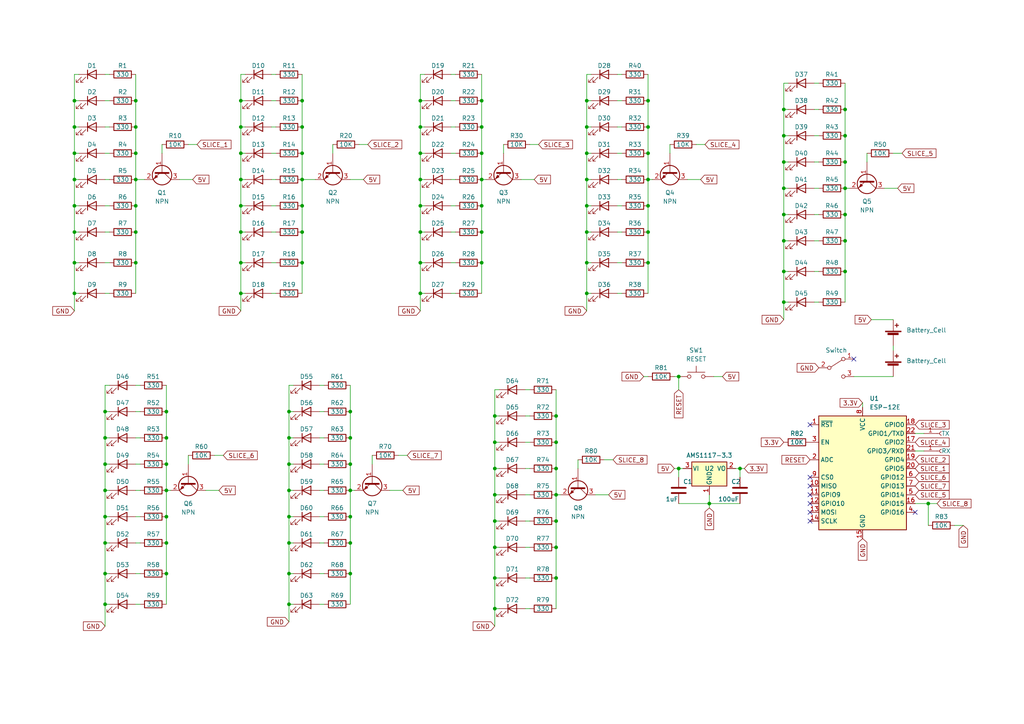
<source format=kicad_sch>
(kicad_sch (version 20211123) (generator eeschema)
  (paper "A4")
  (junction (at 101.6 149.86))
  (junction (at 87.63 36.83))
  (junction (at 227.33 31.75))
  (junction (at 83.82 127))
  (junction (at 83.82 134.62))
  (junction (at 39.37 67.31))
  (junction (at 245.11 46.99))
  (junction (at 30.48 149.86))
  (junction (at 187.96 36.83))
  (junction (at 69.85 44.45))
  (junction (at 69.85 67.31))
  (junction (at 139.7 36.83))
  (junction (at 205.74 146.05))
  (junction (at 121.92 59.69))
  (junction (at 87.63 76.2))
  (junction (at 196.85 109.22))
  (junction (at 143.51 176.53))
  (junction (at 269.24 146.05))
  (junction (at 161.29 120.65))
  (junction (at 245.11 69.85))
  (junction (at 21.59 36.83))
  (junction (at 170.18 76.2))
  (junction (at 161.29 128.27))
  (junction (at 143.51 151.13))
  (junction (at 39.37 36.83))
  (junction (at 121.92 85.09))
  (junction (at 48.26 119.38))
  (junction (at 21.59 85.09))
  (junction (at 227.33 46.99))
  (junction (at 39.37 44.45))
  (junction (at 30.48 127))
  (junction (at 48.26 142.24))
  (junction (at 161.29 151.13))
  (junction (at 227.33 54.61))
  (junction (at 69.85 36.83))
  (junction (at 245.11 31.75))
  (junction (at 69.85 76.2))
  (junction (at 30.48 166.37))
  (junction (at 101.6 157.48))
  (junction (at 69.85 52.07))
  (junction (at 21.59 59.69))
  (junction (at 48.26 166.37))
  (junction (at 187.96 67.31))
  (junction (at 245.11 39.37))
  (junction (at 143.51 120.65))
  (junction (at 187.96 59.69))
  (junction (at 227.33 69.85))
  (junction (at 48.26 157.48))
  (junction (at 170.18 59.69))
  (junction (at 245.11 54.61))
  (junction (at 139.7 59.69))
  (junction (at 121.92 29.21))
  (junction (at 139.7 76.2))
  (junction (at 143.51 158.75))
  (junction (at 69.85 85.09))
  (junction (at 143.51 128.27))
  (junction (at 170.18 85.09))
  (junction (at 121.92 44.45))
  (junction (at 83.82 175.26))
  (junction (at 227.33 39.37))
  (junction (at 30.48 142.24))
  (junction (at 30.48 157.48))
  (junction (at 83.82 119.38))
  (junction (at 83.82 157.48))
  (junction (at 170.18 52.07))
  (junction (at 170.18 36.83))
  (junction (at 87.63 59.69))
  (junction (at 21.59 52.07))
  (junction (at 30.48 119.38))
  (junction (at 83.82 142.24))
  (junction (at 101.6 119.38))
  (junction (at 139.7 67.31))
  (junction (at 214.63 135.89))
  (junction (at 39.37 59.69))
  (junction (at 139.7 29.21))
  (junction (at 30.48 134.62))
  (junction (at 87.63 67.31))
  (junction (at 227.33 62.23))
  (junction (at 48.26 149.86))
  (junction (at 39.37 52.07))
  (junction (at 161.29 143.51))
  (junction (at 21.59 76.2))
  (junction (at 161.29 167.64))
  (junction (at 170.18 29.21))
  (junction (at 101.6 134.62))
  (junction (at 83.82 166.37))
  (junction (at 143.51 167.64))
  (junction (at 143.51 135.89))
  (junction (at 121.92 67.31))
  (junction (at 21.59 44.45))
  (junction (at 245.11 78.74))
  (junction (at 227.33 87.63))
  (junction (at 39.37 76.2))
  (junction (at 83.82 149.86))
  (junction (at 21.59 67.31))
  (junction (at 196.85 135.89))
  (junction (at 227.33 78.74))
  (junction (at 69.85 59.69))
  (junction (at 101.6 166.37))
  (junction (at 143.51 143.51))
  (junction (at 101.6 127))
  (junction (at 139.7 52.07))
  (junction (at 139.7 44.45))
  (junction (at 30.48 175.26))
  (junction (at 48.26 134.62))
  (junction (at 170.18 44.45))
  (junction (at 87.63 44.45))
  (junction (at 69.85 29.21))
  (junction (at 121.92 76.2))
  (junction (at 39.37 29.21))
  (junction (at 187.96 29.21))
  (junction (at 21.59 29.21))
  (junction (at 87.63 52.07))
  (junction (at 187.96 52.07))
  (junction (at 87.63 29.21))
  (junction (at 161.29 158.75))
  (junction (at 101.6 142.24))
  (junction (at 121.92 52.07))
  (junction (at 245.11 62.23))
  (junction (at 170.18 67.31))
  (junction (at 121.92 36.83))
  (junction (at 48.26 127))
  (junction (at 187.96 76.2))
  (junction (at 161.29 135.89))
  (junction (at 187.96 44.45))
  (no_connect (at 234.95 148.59))
  (no_connect (at 234.95 140.97))
  (no_connect (at 234.95 123.19))
  (no_connect (at 234.95 151.13))
  (no_connect (at 234.95 143.51))
  (no_connect (at 265.43 148.59))
  (no_connect (at 234.95 146.05))
  (no_connect (at 234.95 138.43))
  (no_connect (at 247.65 104.14))
  (wire (pts (xy 227.33 54.61) (xy 227.33 62.23)))
  (wire (pts (xy 187.96 59.69) (xy 187.96 67.31)))
  (wire (pts (xy 227.33 46.99) (xy 227.33 54.61)))
  (wire (pts (xy 69.85 36.83) (xy 69.85 44.45)))
  (wire (pts (xy 83.82 157.48) (xy 83.82 166.37)))
  (wire (pts (xy 144.78 120.65) (xy 143.51 120.65)))
  (wire (pts (xy 143.51 128.27) (xy 143.51 135.89)))
  (wire (pts (xy 179.07 29.21) (xy 180.34 29.21)))
  (wire (pts (xy 121.92 85.09) (xy 121.92 90.17)))
  (wire (pts (xy 78.74 85.09) (xy 80.01 85.09)))
  (wire (pts (xy 213.36 135.89) (xy 214.63 135.89)))
  (wire (pts (xy 83.82 142.24) (xy 83.82 149.86)))
  (wire (pts (xy 87.63 29.21) (xy 87.63 36.83)))
  (wire (pts (xy 179.07 21.59) (xy 180.34 21.59)))
  (wire (pts (xy 143.51 176.53) (xy 143.51 181.61)))
  (wire (pts (xy 143.51 151.13) (xy 143.51 158.75)))
  (wire (pts (xy 22.86 29.21) (xy 21.59 29.21)))
  (wire (pts (xy 71.12 21.59) (xy 69.85 21.59)))
  (wire (pts (xy 22.86 59.69) (xy 21.59 59.69)))
  (wire (pts (xy 259.08 100.33) (xy 259.08 101.6)))
  (wire (pts (xy 78.74 67.31) (xy 80.01 67.31)))
  (wire (pts (xy 39.37 134.62) (xy 40.64 134.62)))
  (wire (pts (xy 144.78 113.03) (xy 143.51 113.03)))
  (wire (pts (xy 143.51 120.65) (xy 143.51 128.27)))
  (wire (pts (xy 130.81 52.07) (xy 132.08 52.07)))
  (wire (pts (xy 69.85 52.07) (xy 69.85 59.69)))
  (wire (pts (xy 228.6 31.75) (xy 227.33 31.75)))
  (wire (pts (xy 228.6 46.99) (xy 227.33 46.99)))
  (wire (pts (xy 121.92 52.07) (xy 121.92 59.69)))
  (wire (pts (xy 179.07 59.69) (xy 180.34 59.69)))
  (wire (pts (xy 152.4 128.27) (xy 153.67 128.27)))
  (wire (pts (xy 31.75 119.38) (xy 30.48 119.38)))
  (wire (pts (xy 113.03 142.24) (xy 116.84 142.24)))
  (wire (pts (xy 171.45 29.21) (xy 170.18 29.21)))
  (wire (pts (xy 39.37 175.26) (xy 40.64 175.26)))
  (wire (pts (xy 228.6 78.74) (xy 227.33 78.74)))
  (wire (pts (xy 196.85 109.22) (xy 196.85 113.03)))
  (wire (pts (xy 161.29 143.51) (xy 162.56 143.51)))
  (wire (pts (xy 101.6 142.24) (xy 101.6 149.86)))
  (wire (pts (xy 161.29 158.75) (xy 161.29 167.64)))
  (wire (pts (xy 78.74 52.07) (xy 80.01 52.07)))
  (wire (pts (xy 130.81 85.09) (xy 132.08 85.09)))
  (wire (pts (xy 152.4 176.53) (xy 153.67 176.53)))
  (wire (pts (xy 123.19 85.09) (xy 121.92 85.09)))
  (wire (pts (xy 92.71 157.48) (xy 93.98 157.48)))
  (wire (pts (xy 167.64 133.35) (xy 167.64 135.89)))
  (wire (pts (xy 152.4 151.13) (xy 153.67 151.13)))
  (wire (pts (xy 83.82 149.86) (xy 83.82 157.48)))
  (wire (pts (xy 179.07 44.45) (xy 180.34 44.45)))
  (wire (pts (xy 161.29 167.64) (xy 161.29 176.53)))
  (wire (pts (xy 152.4 113.03) (xy 153.67 113.03)))
  (wire (pts (xy 161.29 113.03) (xy 161.29 120.65)))
  (wire (pts (xy 175.26 133.35) (xy 177.8 133.35)))
  (wire (pts (xy 31.75 111.76) (xy 30.48 111.76)))
  (wire (pts (xy 153.67 41.91) (xy 156.21 41.91)))
  (wire (pts (xy 236.22 69.85) (xy 237.49 69.85)))
  (wire (pts (xy 92.71 142.24) (xy 93.98 142.24)))
  (wire (pts (xy 152.4 120.65) (xy 153.67 120.65)))
  (wire (pts (xy 245.11 69.85) (xy 245.11 78.74)))
  (wire (pts (xy 269.24 146.05) (xy 269.24 152.4)))
  (wire (pts (xy 21.59 29.21) (xy 21.59 36.83)))
  (wire (pts (xy 87.63 52.07) (xy 87.63 59.69)))
  (wire (pts (xy 30.48 166.37) (xy 30.48 175.26)))
  (wire (pts (xy 22.86 52.07) (xy 21.59 52.07)))
  (wire (pts (xy 39.37 149.86) (xy 40.64 149.86)))
  (wire (pts (xy 48.26 149.86) (xy 48.26 157.48)))
  (wire (pts (xy 236.22 62.23) (xy 237.49 62.23)))
  (wire (pts (xy 39.37 52.07) (xy 41.91 52.07)))
  (wire (pts (xy 152.4 167.64) (xy 153.67 167.64)))
  (wire (pts (xy 101.6 157.48) (xy 101.6 166.37)))
  (wire (pts (xy 144.78 176.53) (xy 143.51 176.53)))
  (wire (pts (xy 39.37 67.31) (xy 39.37 76.2)))
  (wire (pts (xy 179.07 67.31) (xy 180.34 67.31)))
  (wire (pts (xy 187.96 36.83) (xy 187.96 44.45)))
  (wire (pts (xy 101.6 149.86) (xy 101.6 157.48)))
  (wire (pts (xy 87.63 59.69) (xy 87.63 67.31)))
  (wire (pts (xy 170.18 52.07) (xy 170.18 59.69)))
  (wire (pts (xy 30.48 36.83) (xy 31.75 36.83)))
  (wire (pts (xy 227.33 24.13) (xy 227.33 31.75)))
  (wire (pts (xy 256.54 54.61) (xy 260.35 54.61)))
  (wire (pts (xy 39.37 59.69) (xy 39.37 67.31)))
  (wire (pts (xy 151.13 52.07) (xy 154.94 52.07)))
  (wire (pts (xy 30.48 119.38) (xy 30.48 127)))
  (wire (pts (xy 104.14 41.91) (xy 106.68 41.91)))
  (wire (pts (xy 144.78 151.13) (xy 143.51 151.13)))
  (wire (pts (xy 279.4 152.4) (xy 276.86 152.4)))
  (wire (pts (xy 123.19 29.21) (xy 121.92 29.21)))
  (wire (pts (xy 30.48 134.62) (xy 30.48 142.24)))
  (wire (pts (xy 196.85 135.89) (xy 198.12 135.89)))
  (wire (pts (xy 21.59 67.31) (xy 21.59 76.2)))
  (wire (pts (xy 39.37 52.07) (xy 39.37 59.69)))
  (wire (pts (xy 85.09 111.76) (xy 83.82 111.76)))
  (wire (pts (xy 101.6 52.07) (xy 105.41 52.07)))
  (wire (pts (xy 87.63 67.31) (xy 87.63 76.2)))
  (wire (pts (xy 170.18 29.21) (xy 170.18 36.83)))
  (wire (pts (xy 187.96 21.59) (xy 187.96 29.21)))
  (wire (pts (xy 83.82 119.38) (xy 83.82 127)))
  (wire (pts (xy 39.37 111.76) (xy 40.64 111.76)))
  (wire (pts (xy 62.23 132.08) (xy 64.77 132.08)))
  (wire (pts (xy 236.22 39.37) (xy 237.49 39.37)))
  (wire (pts (xy 139.7 59.69) (xy 139.7 67.31)))
  (wire (pts (xy 85.09 134.62) (xy 83.82 134.62)))
  (wire (pts (xy 39.37 44.45) (xy 39.37 52.07)))
  (wire (pts (xy 245.11 54.61) (xy 245.11 62.23)))
  (wire (pts (xy 250.19 118.11) (xy 250.19 116.84)))
  (wire (pts (xy 21.59 76.2) (xy 21.59 85.09)))
  (wire (pts (xy 172.72 143.51) (xy 176.53 143.51)))
  (wire (pts (xy 92.71 127) (xy 93.98 127)))
  (wire (pts (xy 245.11 46.99) (xy 245.11 54.61)))
  (wire (pts (xy 236.22 78.74) (xy 237.49 78.74)))
  (wire (pts (xy 96.52 41.91) (xy 96.52 44.45)))
  (wire (pts (xy 123.19 52.07) (xy 121.92 52.07)))
  (wire (pts (xy 30.48 44.45) (xy 31.75 44.45)))
  (wire (pts (xy 245.11 54.61) (xy 246.38 54.61)))
  (wire (pts (xy 78.74 36.83) (xy 80.01 36.83)))
  (wire (pts (xy 161.29 151.13) (xy 161.29 158.75)))
  (wire (pts (xy 187.96 52.07) (xy 189.23 52.07)))
  (wire (pts (xy 228.6 87.63) (xy 227.33 87.63)))
  (wire (pts (xy 85.09 142.24) (xy 83.82 142.24)))
  (wire (pts (xy 123.19 76.2) (xy 121.92 76.2)))
  (wire (pts (xy 205.74 146.05) (xy 214.63 146.05)))
  (wire (pts (xy 48.26 142.24) (xy 49.53 142.24)))
  (wire (pts (xy 144.78 128.27) (xy 143.51 128.27)))
  (wire (pts (xy 130.81 21.59) (xy 132.08 21.59)))
  (wire (pts (xy 85.09 119.38) (xy 83.82 119.38)))
  (wire (pts (xy 30.48 21.59) (xy 31.75 21.59)))
  (wire (pts (xy 130.81 76.2) (xy 132.08 76.2)))
  (wire (pts (xy 139.7 52.07) (xy 139.7 59.69)))
  (wire (pts (xy 228.6 62.23) (xy 227.33 62.23)))
  (wire (pts (xy 121.92 21.59) (xy 121.92 29.21)))
  (wire (pts (xy 187.96 52.07) (xy 187.96 59.69)))
  (wire (pts (xy 31.75 142.24) (xy 30.48 142.24)))
  (wire (pts (xy 252.73 92.71) (xy 259.08 92.71)))
  (wire (pts (xy 170.18 44.45) (xy 170.18 52.07)))
  (wire (pts (xy 152.4 135.89) (xy 153.67 135.89)))
  (wire (pts (xy 144.78 158.75) (xy 143.51 158.75)))
  (wire (pts (xy 170.18 67.31) (xy 170.18 76.2)))
  (wire (pts (xy 144.78 135.89) (xy 143.51 135.89)))
  (wire (pts (xy 121.92 59.69) (xy 121.92 67.31)))
  (wire (pts (xy 46.99 41.91) (xy 46.99 44.45)))
  (wire (pts (xy 87.63 36.83) (xy 87.63 44.45)))
  (wire (pts (xy 228.6 39.37) (xy 227.33 39.37)))
  (wire (pts (xy 54.61 132.08) (xy 54.61 134.62)))
  (wire (pts (xy 101.6 111.76) (xy 101.6 119.38)))
  (wire (pts (xy 39.37 142.24) (xy 40.64 142.24)))
  (wire (pts (xy 31.75 149.86) (xy 30.48 149.86)))
  (wire (pts (xy 69.85 29.21) (xy 69.85 36.83)))
  (wire (pts (xy 22.86 44.45) (xy 21.59 44.45)))
  (wire (pts (xy 214.63 135.89) (xy 215.9 135.89)))
  (wire (pts (xy 179.07 36.83) (xy 180.34 36.83)))
  (wire (pts (xy 123.19 36.83) (xy 121.92 36.83)))
  (wire (pts (xy 130.81 59.69) (xy 132.08 59.69)))
  (wire (pts (xy 227.33 87.63) (xy 227.33 92.71)))
  (wire (pts (xy 30.48 157.48) (xy 30.48 166.37)))
  (wire (pts (xy 207.01 109.22) (xy 209.55 109.22)))
  (wire (pts (xy 92.71 119.38) (xy 93.98 119.38)))
  (wire (pts (xy 85.09 175.26) (xy 83.82 175.26)))
  (wire (pts (xy 171.45 44.45) (xy 170.18 44.45)))
  (wire (pts (xy 39.37 157.48) (xy 40.64 157.48)))
  (wire (pts (xy 22.86 21.59) (xy 21.59 21.59)))
  (wire (pts (xy 22.86 67.31) (xy 21.59 67.31)))
  (wire (pts (xy 71.12 59.69) (xy 69.85 59.69)))
  (wire (pts (xy 85.09 166.37) (xy 83.82 166.37)))
  (wire (pts (xy 170.18 85.09) (xy 170.18 90.17)))
  (wire (pts (xy 39.37 119.38) (xy 40.64 119.38)))
  (wire (pts (xy 31.75 166.37) (xy 30.48 166.37)))
  (wire (pts (xy 101.6 119.38) (xy 101.6 127)))
  (wire (pts (xy 71.12 36.83) (xy 69.85 36.83)))
  (wire (pts (xy 31.75 175.26) (xy 30.48 175.26)))
  (wire (pts (xy 130.81 29.21) (xy 132.08 29.21)))
  (wire (pts (xy 71.12 29.21) (xy 69.85 29.21)))
  (wire (pts (xy 161.29 120.65) (xy 161.29 128.27)))
  (wire (pts (xy 205.74 143.51) (xy 205.74 146.05)))
  (wire (pts (xy 83.82 127) (xy 83.82 134.62)))
  (wire (pts (xy 31.75 127) (xy 30.48 127)))
  (wire (pts (xy 236.22 24.13) (xy 237.49 24.13)))
  (wire (pts (xy 54.61 41.91) (xy 57.15 41.91)))
  (wire (pts (xy 171.45 76.2) (xy 170.18 76.2)))
  (wire (pts (xy 227.33 69.85) (xy 227.33 78.74)))
  (wire (pts (xy 170.18 76.2) (xy 170.18 85.09)))
  (wire (pts (xy 171.45 85.09) (xy 170.18 85.09)))
  (wire (pts (xy 83.82 175.26) (xy 83.82 180.34)))
  (wire (pts (xy 143.51 158.75) (xy 143.51 167.64)))
  (wire (pts (xy 21.59 85.09) (xy 21.59 90.17)))
  (wire (pts (xy 199.39 52.07) (xy 203.2 52.07)))
  (wire (pts (xy 161.29 128.27) (xy 161.29 135.89)))
  (wire (pts (xy 161.29 135.89) (xy 161.29 143.51)))
  (wire (pts (xy 101.6 134.62) (xy 101.6 142.24)))
  (wire (pts (xy 69.85 59.69) (xy 69.85 67.31)))
  (wire (pts (xy 179.07 85.09) (xy 180.34 85.09)))
  (wire (pts (xy 170.18 21.59) (xy 170.18 29.21)))
  (wire (pts (xy 143.51 143.51) (xy 143.51 151.13)))
  (wire (pts (xy 139.7 29.21) (xy 139.7 36.83)))
  (wire (pts (xy 265.43 125.73) (xy 267.97 125.73)))
  (wire (pts (xy 121.92 44.45) (xy 121.92 52.07)))
  (wire (pts (xy 48.26 127) (xy 48.26 134.62)))
  (wire (pts (xy 92.71 175.26) (xy 93.98 175.26)))
  (wire (pts (xy 39.37 36.83) (xy 39.37 44.45)))
  (wire (pts (xy 59.69 142.24) (xy 63.5 142.24)))
  (wire (pts (xy 69.85 44.45) (xy 69.85 52.07)))
  (wire (pts (xy 123.19 59.69) (xy 121.92 59.69)))
  (wire (pts (xy 171.45 59.69) (xy 170.18 59.69)))
  (wire (pts (xy 228.6 69.85) (xy 227.33 69.85)))
  (wire (pts (xy 30.48 59.69) (xy 31.75 59.69)))
  (wire (pts (xy 87.63 44.45) (xy 87.63 52.07)))
  (wire (pts (xy 269.24 146.05) (xy 265.43 146.05)))
  (wire (pts (xy 71.12 85.09) (xy 69.85 85.09)))
  (wire (pts (xy 245.11 62.23) (xy 245.11 69.85)))
  (wire (pts (xy 52.07 52.07) (xy 55.88 52.07)))
  (wire (pts (xy 130.81 67.31) (xy 132.08 67.31)))
  (wire (pts (xy 130.81 44.45) (xy 132.08 44.45)))
  (wire (pts (xy 161.29 143.51) (xy 161.29 151.13)))
  (wire (pts (xy 187.96 44.45) (xy 187.96 52.07)))
  (wire (pts (xy 245.11 31.75) (xy 245.11 39.37)))
  (wire (pts (xy 143.51 135.89) (xy 143.51 143.51)))
  (wire (pts (xy 227.33 39.37) (xy 227.33 46.99)))
  (wire (pts (xy 30.48 52.07) (xy 31.75 52.07)))
  (wire (pts (xy 121.92 67.31) (xy 121.92 76.2)))
  (wire (pts (xy 30.48 175.26) (xy 30.48 181.61)))
  (wire (pts (xy 30.48 76.2) (xy 31.75 76.2)))
  (wire (pts (xy 39.37 127) (xy 40.64 127)))
  (wire (pts (xy 83.82 134.62) (xy 83.82 142.24)))
  (wire (pts (xy 48.26 166.37) (xy 48.26 175.26)))
  (wire (pts (xy 78.74 21.59) (xy 80.01 21.59)))
  (wire (pts (xy 101.6 142.24) (xy 102.87 142.24)))
  (wire (pts (xy 201.93 41.91) (xy 204.47 41.91)))
  (wire (pts (xy 236.22 31.75) (xy 237.49 31.75)))
  (wire (pts (xy 121.92 76.2) (xy 121.92 85.09)))
  (wire (pts (xy 101.6 166.37) (xy 101.6 175.26)))
  (wire (pts (xy 143.51 113.03) (xy 143.51 120.65)))
  (wire (pts (xy 139.7 52.07) (xy 140.97 52.07)))
  (wire (pts (xy 171.45 52.07) (xy 170.18 52.07)))
  (wire (pts (xy 139.7 67.31) (xy 139.7 76.2)))
  (wire (pts (xy 87.63 76.2) (xy 87.63 85.09)))
  (wire (pts (xy 31.75 157.48) (xy 30.48 157.48)))
  (wire (pts (xy 48.26 134.62) (xy 48.26 142.24)))
  (wire (pts (xy 87.63 21.59) (xy 87.63 29.21)))
  (wire (pts (xy 171.45 36.83) (xy 170.18 36.83)))
  (wire (pts (xy 30.48 29.21) (xy 31.75 29.21)))
  (wire (pts (xy 265.43 130.81) (xy 267.97 130.81)))
  (wire (pts (xy 78.74 44.45) (xy 80.01 44.45)))
  (wire (pts (xy 78.74 59.69) (xy 80.01 59.69)))
  (wire (pts (xy 87.63 52.07) (xy 91.44 52.07)))
  (wire (pts (xy 69.85 76.2) (xy 69.85 85.09)))
  (wire (pts (xy 227.33 62.23) (xy 227.33 69.85)))
  (wire (pts (xy 245.11 78.74) (xy 245.11 87.63)))
  (wire (pts (xy 228.6 54.61) (xy 227.33 54.61)))
  (wire (pts (xy 236.22 54.61) (xy 237.49 54.61)))
  (wire (pts (xy 48.26 111.76) (xy 48.26 119.38)))
  (wire (pts (xy 39.37 76.2) (xy 39.37 85.09)))
  (wire (pts (xy 187.96 29.21) (xy 187.96 36.83)))
  (wire (pts (xy 30.48 67.31) (xy 31.75 67.31)))
  (wire (pts (xy 247.65 109.22) (xy 259.08 109.22)))
  (wire (pts (xy 78.74 29.21) (xy 80.01 29.21)))
  (wire (pts (xy 83.82 166.37) (xy 83.82 175.26)))
  (wire (pts (xy 171.45 21.59) (xy 170.18 21.59)))
  (wire (pts (xy 271.78 146.05) (xy 269.24 146.05)))
  (wire (pts (xy 92.71 134.62) (xy 93.98 134.62)))
  (wire (pts (xy 22.86 85.09) (xy 21.59 85.09)))
  (wire (pts (xy 227.33 31.75) (xy 227.33 39.37)))
  (wire (pts (xy 152.4 143.51) (xy 153.67 143.51)))
  (wire (pts (xy 22.86 76.2) (xy 21.59 76.2)))
  (wire (pts (xy 21.59 21.59) (xy 21.59 29.21)))
  (wire (pts (xy 48.26 142.24) (xy 48.26 149.86)))
  (wire (pts (xy 187.96 67.31) (xy 187.96 76.2)))
  (wire (pts (xy 69.85 21.59) (xy 69.85 29.21)))
  (wire (pts (xy 121.92 29.21) (xy 121.92 36.83)))
  (wire (pts (xy 195.58 109.22) (xy 196.85 109.22)))
  (wire (pts (xy 245.11 24.13) (xy 245.11 31.75)))
  (wire (pts (xy 179.07 76.2) (xy 180.34 76.2)))
  (wire (pts (xy 30.48 111.76) (xy 30.48 119.38)))
  (wire (pts (xy 39.37 21.59) (xy 39.37 29.21)))
  (wire (pts (xy 85.09 127) (xy 83.82 127)))
  (wire (pts (xy 71.12 52.07) (xy 69.85 52.07)))
  (wire (pts (xy 130.81 36.83) (xy 132.08 36.83)))
  (wire (pts (xy 251.46 44.45) (xy 251.46 46.99)))
  (wire (pts (xy 39.37 166.37) (xy 40.64 166.37)))
  (wire (pts (xy 30.48 85.09) (xy 31.75 85.09)))
  (wire (pts (xy 92.71 111.76) (xy 93.98 111.76)))
  (wire (pts (xy 69.85 67.31) (xy 69.85 76.2)))
  (wire (pts (xy 205.74 146.05) (xy 205.74 147.32)))
  (wire (pts (xy 139.7 44.45) (xy 139.7 52.07)))
  (wire (pts (xy 259.08 44.45) (xy 261.62 44.45)))
  (wire (pts (xy 196.85 146.05) (xy 205.74 146.05)))
  (wire (pts (xy 187.96 76.2) (xy 187.96 85.09)))
  (wire (pts (xy 123.19 44.45) (xy 121.92 44.45)))
  (wire (pts (xy 101.6 127) (xy 101.6 134.62)))
  (wire (pts (xy 85.09 157.48) (xy 83.82 157.48)))
  (wire (pts (xy 139.7 21.59) (xy 139.7 29.21)))
  (wire (pts (xy 92.71 149.86) (xy 93.98 149.86)))
  (wire (pts (xy 139.7 36.83) (xy 139.7 44.45)))
  (wire (pts (xy 186.69 109.22) (xy 187.96 109.22)))
  (wire (pts (xy 21.59 59.69) (xy 21.59 67.31)))
  (wire (pts (xy 30.48 127) (xy 30.48 134.62)))
  (wire (pts (xy 144.78 143.51) (xy 143.51 143.51)))
  (wire (pts (xy 123.19 21.59) (xy 121.92 21.59)))
  (wire (pts (xy 121.92 36.83) (xy 121.92 44.45)))
  (wire (pts (xy 71.12 44.45) (xy 69.85 44.45)))
  (wire (pts (xy 71.12 76.2) (xy 69.85 76.2)))
  (wire (pts (xy 30.48 149.86) (xy 30.48 157.48)))
  (wire (pts (xy 179.07 52.07) (xy 180.34 52.07)))
  (wire (pts (xy 21.59 36.83) (xy 21.59 44.45)))
  (wire (pts (xy 170.18 59.69) (xy 170.18 67.31)))
  (wire (pts (xy 22.86 36.83) (xy 21.59 36.83)))
  (wire (pts (xy 195.58 135.89) (xy 196.85 135.89)))
  (wire (pts (xy 85.09 149.86) (xy 83.82 149.86)))
  (wire (pts (xy 146.05 41.91) (xy 146.05 44.45)))
  (wire (pts (xy 71.12 67.31) (xy 69.85 67.31)))
  (wire (pts (xy 48.26 157.48) (xy 48.26 166.37)))
  (wire (pts (xy 115.57 132.08) (xy 118.11 132.08)))
  (wire (pts (xy 245.11 39.37) (xy 245.11 46.99)))
  (wire (pts (xy 236.22 46.99) (xy 237.49 46.99)))
  (wire (pts (xy 214.63 135.89) (xy 214.63 138.43)))
  (wire (pts (xy 236.22 87.63) (xy 237.49 87.63)))
  (wire (pts (xy 21.59 44.45) (xy 21.59 52.07)))
  (wire (pts (xy 170.18 36.83) (xy 170.18 44.45)))
  (wire (pts (xy 143.51 167.64) (xy 143.51 176.53)))
  (wire (pts (xy 48.26 119.38) (xy 48.26 127)))
  (wire (pts (xy 171.45 67.31) (xy 170.18 67.31)))
  (wire (pts (xy 83.82 111.76) (xy 83.82 119.38)))
  (wire (pts (xy 152.4 158.75) (xy 153.67 158.75)))
  (wire (pts (xy 196.85 135.89) (xy 196.85 138.43)))
  (wire (pts (xy 21.59 52.07) (xy 21.59 59.69)))
  (wire (pts (xy 144.78 167.64) (xy 143.51 167.64)))
  (wire (pts (xy 123.19 67.31) (xy 121.92 67.31)))
  (wire (pts (xy 30.48 142.24) (xy 30.48 149.86)))
  (wire (pts (xy 39.37 29.21) (xy 39.37 36.83)))
  (wire (pts (xy 139.7 76.2) (xy 139.7 85.09)))
  (wire (pts (xy 227.33 78.74) (xy 227.33 87.63)))
  (wire (pts (xy 78.74 76.2) (xy 80.01 76.2)))
  (wire (pts (xy 194.31 41.91) (xy 194.31 44.45)))
  (wire (pts (xy 31.75 134.62) (xy 30.48 134.62)))
  (wire (pts (xy 92.71 166.37) (xy 93.98 166.37)))
  (wire (pts (xy 107.95 132.08) (xy 107.95 134.62)))
  (wire (pts (xy 228.6 24.13) (xy 227.33 24.13)))
  (wire (pts (xy 69.85 85.09) (xy 69.85 90.17)))
  (global_label "3.3V" (shape input) (at 227.33 128.27 180) (property "Intersheet References" "${INTERSHEET_REFS}" (effects hide)))
  (global_label "GND" (shape input) (at 69.85 90.17 180) (property "Intersheet References" "${INTERSHEET_REFS}" (effects hide)))
  (global_label "5V" (shape input) (at 116.84 142.24 0) (property "Intersheet References" "${INTERSHEET_REFS}" (effects hide)))
  (global_label "SLICE_6" (shape input) (at 265.43 138.43 0) (property "Intersheet References" "${INTERSHEET_REFS}" (effects hide)))
  (global_label "SLICE_5" (shape input) (at 261.62 44.45 0) (property "Intersheet References" "${INTERSHEET_REFS}" (effects hide)))
  (global_label "GND" (shape input) (at 237.49 106.68 180) (property "Intersheet References" "${INTERSHEET_REFS}" (effects hide)))
  (global_label "RESET" (shape input) (at 196.85 113.03 270) (property "Intersheet References" "${INTERSHEET_REFS}" (effects hide)))
  (global_label "SLICE_6" (shape input) (at 64.77 132.08 0) (property "Intersheet References" "${INTERSHEET_REFS}" (effects hide)))
  (global_label "GND" (shape input) (at 279.4 152.4 270) (property "Intersheet References" "${INTERSHEET_REFS}" (effects hide)))
  (global_label "SLICE_3" (shape input) (at 265.43 123.19 0) (property "Intersheet References" "${INTERSHEET_REFS}" (effects hide)))
  (global_label "GND" (shape input) (at 30.48 181.61 180) (property "Intersheet References" "${INTERSHEET_REFS}" (effects hide)))
  (global_label "5V" (shape input) (at 203.2 52.07 0) (property "Intersheet References" "${INTERSHEET_REFS}" (effects hide)))
  (global_label "SLICE_8" (shape input) (at 271.78 146.05 0) (property "Intersheet References" "${INTERSHEET_REFS}" (effects hide)))
  (global_label "5V" (shape input) (at 63.5 142.24 0) (property "Intersheet References" "${INTERSHEET_REFS}" (effects hide)))
  (global_label "5V" (shape input) (at 176.53 143.51 0) (property "Intersheet References" "${INTERSHEET_REFS}" (effects hide)))
  (global_label "5V" (shape input) (at 154.94 52.07 0) (property "Intersheet References" "${INTERSHEET_REFS}" (effects hide)))
  (global_label "GND" (shape input) (at 227.33 92.71 180) (property "Intersheet References" "${INTERSHEET_REFS}" (effects hide)))
  (global_label "5V" (shape input) (at 209.55 109.22 0) (property "Intersheet References" "${INTERSHEET_REFS}" (effects hide)))
  (global_label "GND" (shape input) (at 121.92 90.17 180) (property "Intersheet References" "${INTERSHEET_REFS}" (effects hide)))
  (global_label "SLICE_2" (shape input) (at 265.43 133.35 0) (property "Intersheet References" "${INTERSHEET_REFS}" (effects hide)))
  (global_label "3.3V" (shape input) (at 250.19 116.84 180) (property "Intersheet References" "${INTERSHEET_REFS}" (effects hide)))
  (global_label "GND" (shape input) (at 83.82 180.34 180) (property "Intersheet References" "${INTERSHEET_REFS}" (effects hide)))
  (global_label "GND" (shape input) (at 143.51 181.61 180) (property "Intersheet References" "${INTERSHEET_REFS}" (effects hide)))
  (global_label "5V" (shape input) (at 260.35 54.61 0) (property "Intersheet References" "${INTERSHEET_REFS}" (effects hide)))
  (global_label "SLICE_1" (shape input) (at 57.15 41.91 0) (property "Intersheet References" "${INTERSHEET_REFS}" (effects hide)))
  (global_label "3.3V" (shape input) (at 215.9 135.89 0) (property "Intersheet References" "${INTERSHEET_REFS}" (effects hide)))
  (global_label "SLICE_3" (shape input) (at 156.21 41.91 0) (property "Intersheet References" "${INTERSHEET_REFS}" (effects hide)))
  (global_label "GND" (shape input) (at 205.74 147.32 270) (property "Intersheet References" "${INTERSHEET_REFS}" (effects hide)))
  (global_label "SLICE_4" (shape input) (at 204.47 41.91 0) (property "Intersheet References" "${INTERSHEET_REFS}" (effects hide)))
  (global_label "SLICE_8" (shape input) (at 177.8 133.35 0) (property "Intersheet References" "${INTERSHEET_REFS}" (effects hide)))
  (global_label "5V" (shape input) (at 252.73 92.71 180) (property "Intersheet References" "${INTERSHEET_REFS}" (effects hide)))
  (global_label "SLICE_4" (shape input) (at 265.43 128.27 0) (property "Intersheet References" "${INTERSHEET_REFS}" (effects hide)))
  (global_label "SLICE_1" (shape input) (at 265.43 135.89 0) (property "Intersheet References" "${INTERSHEET_REFS}" (effects hide)))
  (global_label "5V" (shape input) (at 55.88 52.07 0) (property "Intersheet References" "${INTERSHEET_REFS}" (effects hide)))
  (global_label "GND" (shape input) (at 186.69 109.22 180) (property "Intersheet References" "${INTERSHEET_REFS}" (effects hide)))
  (global_label "SLICE_2" (shape input) (at 106.68 41.91 0) (property "Intersheet References" "${INTERSHEET_REFS}" (effects hide)))
  (global_label "5V" (shape input) (at 195.58 135.89 180) (property "Intersheet References" "${INTERSHEET_REFS}" (effects hide)))
  (global_label "SLICE_5" (shape input) (at 265.43 143.51 0) (property "Intersheet References" "${INTERSHEET_REFS}" (effects hide)))
  (global_label "RESET" (shape input) (at 234.95 133.35 180) (property "Intersheet References" "${INTERSHEET_REFS}" (effects hide)))
  (global_label "GND" (shape input) (at 250.19 156.21 270) (property "Intersheet References" "${INTERSHEET_REFS}" (effects hide)))
  (global_label "GND" (shape input) (at 21.59 90.17 180) (property "Intersheet References" "${INTERSHEET_REFS}" (effects hide)))
  (global_label "GND" (shape input) (at 170.18 90.17 180) (property "Intersheet References" "${INTERSHEET_REFS}" (effects hide)))
  (global_label "SLICE_7" (shape input) (at 118.11 132.08 0) (property "Intersheet References" "${INTERSHEET_REFS}" (effects hide)))
  (global_label "SLICE_7" (shape input) (at 265.43 140.97 0) (property "Intersheet References" "${INTERSHEET_REFS}" (effects hide)))
  (global_label "5V" (shape input) (at 105.41 52.07 0) (property "Intersheet References" "${INTERSHEET_REFS}" (effects hide)))
  (symbol (lib_id "Device:R") (at 97.79 149.86 90) (unit 1)
    (property "Reference" "R66" (at 97.79 147.32 90))
    (property "Value" "330" (at 97.79 149.86 90))
    (property "Footprint" "Resistor_SMD:R_0805_2012Metric" (effects hide))
  )
  (symbol (lib_id "Device:LED") (at 232.41 87.63 0) (unit 1)
    (property "Reference" "D45" (at 232.41 85.09 0))
    (property "Value" "LED" (effects hide))
    (property "Footprint" "LED_SMD:LED_0805_2012Metric" (effects hide))
  )
  (symbol (lib_id "Device:LED") (at 127 29.21 0) (unit 1)
    (property "Reference" "D20" (at 127 26.67 0))
    (property "Value" "LED" (effects hide))
    (property "Footprint" "LED_SMD:LED_0805_2012Metric" (effects hide))
  )
  (symbol (lib_id "Device:Q_NPN_BEC") (at 167.64 140.97 270) (unit 1)
    (property "Reference" "Q8" (at 167.64 147.32 90))
    (property "Value" "NPN" (at 167.64 149.86 90))
    (property "Footprint" "Package_TO_SOT_SMD:SOT-23" (effects hide))
  )
  (symbol (lib_id "Device:R") (at 149.86 41.91 90) (unit 1)
    (property "Reference" "R30" (at 149.86 39.37 90))
    (property "Value" "10K" (at 149.86 41.91 90))
    (property "Footprint" "Resistor_SMD:R_0805_2012Metric" (effects hide))
  )
  (symbol (lib_id "Device:R") (at 198.12 41.91 90) (unit 1)
    (property "Reference" "R39" (at 198.12 39.37 90))
    (property "Value" "10K" (at 198.12 41.91 90))
    (property "Footprint" "Resistor_SMD:R_0805_2012Metric" (effects hide))
  )
  (symbol (lib_id "Device:C") (at 214.63 142.24 0) (unit 1)
    (property "Reference" "C2" (at 212.09 139.7 0) (effects (justify left)))
    (property "Value" "100uF" (at 208.28 144.78 0) (effects (justify left)))
    (property "Footprint" "Capacitor_SMD:C_0805_2012Metric" (effects hide))
  )
  (symbol (lib_id "Device:R") (at 97.79 111.76 90) (unit 1)
    (property "Reference" "R61" (at 97.79 109.22 90))
    (property "Value" "330" (at 97.79 111.76 90))
    (property "Footprint" "Resistor_SMD:R_0805_2012Metric" (effects hide))
  )
  (symbol (lib_id "Device:LED") (at 127 76.2 0) (unit 1)
    (property "Reference" "D26" (at 127 73.66 0))
    (property "Value" "LED" (effects hide))
    (property "Footprint" "LED_SMD:LED_0805_2012Metric" (effects hide))
  )
  (symbol (lib_id "Device:LED") (at 175.26 29.21 0) (unit 1)
    (property "Reference" "D29" (at 175.26 26.67 0))
    (property "Value" "LED" (effects hide))
    (property "Footprint" "LED_SMD:LED_0805_2012Metric" (effects hide))
  )
  (symbol (lib_id "Device:R") (at 241.3 87.63 90) (unit 1)
    (property "Reference" "R49" (at 241.3 85.09 90))
    (property "Value" "330" (at 241.3 87.63 90))
    (property "Footprint" "Resistor_SMD:R_0805_2012Metric" (effects hide))
  )
  (symbol (lib_id "Device:R") (at 135.89 52.07 90) (unit 1)
    (property "Reference" "R25" (at 135.89 49.53 90))
    (property "Value" "330" (at 135.89 52.07 90))
    (property "Footprint" "Resistor_SMD:R_0805_2012Metric" (effects hide))
  )
  (symbol (lib_id "Device:LED") (at 74.93 52.07 0) (unit 1)
    (property "Reference" "D14" (at 74.93 49.53 0))
    (property "Value" "LED" (effects hide))
    (property "Footprint" "LED_SMD:LED_0805_2012Metric" (effects hide))
  )
  (symbol (lib_id "Device:R") (at 44.45 111.76 90) (unit 1)
    (property "Reference" "R51" (at 44.45 109.22 90))
    (property "Value" "330" (at 44.45 111.76 90))
    (property "Footprint" "Resistor_SMD:R_0805_2012Metric" (effects hide))
  )
  (symbol (lib_id "Device:LED") (at 26.67 44.45 0) (unit 1)
    (property "Reference" "D4" (at 26.67 41.91 0))
    (property "Value" "LED" (effects hide))
    (property "Footprint" "LED_SMD:LED_0805_2012Metric" (effects hide))
  )
  (symbol (lib_id "Device:LED") (at 127 36.83 0) (unit 1)
    (property "Reference" "D21" (at 127 34.29 0))
    (property "Value" "LED" (effects hide))
    (property "Footprint" "LED_SMD:LED_0805_2012Metric" (effects hide))
  )
  (symbol (lib_id "Device:Q_NPN_BEC") (at 96.52 49.53 270) (unit 1)
    (property "Reference" "Q2" (at 96.52 55.88 90))
    (property "Value" "NPN" (at 96.52 58.42 90))
    (property "Footprint" "Package_TO_SOT_SMD:SOT-23" (effects hide))
  )
  (symbol (lib_id "Connector:Conn_01x01_Female") (at 273.05 125.73 0) (unit 1)
    (property "Reference" "J1" (effects hide))
    (property "Value" "TX" (at 273.05 125.73 0) (effects (justify left)))
    (property "Footprint" "TestPoint:TestPoint_Pad_2.0x2.0mm" (effects hide))
  )
  (symbol (lib_id "Device:LED") (at 88.9 111.76 0) (unit 1)
    (property "Reference" "D55" (at 88.9 109.22 0))
    (property "Value" "LED" (effects hide))
    (property "Footprint" "LED_SMD:LED_0805_2012Metric" (effects hide))
  )
  (symbol (lib_id "Device:R") (at 97.79 142.24 90) (unit 1)
    (property "Reference" "R65" (at 97.79 139.7 90))
    (property "Value" "330" (at 97.79 142.24 90))
    (property "Footprint" "Resistor_SMD:R_0805_2012Metric" (effects hide))
  )
  (symbol (lib_id "Device:R") (at 157.48 135.89 90) (unit 1)
    (property "Reference" "R74" (at 157.48 133.35 90))
    (property "Value" "330" (at 157.48 135.89 90))
    (property "Footprint" "Resistor_SMD:R_0805_2012Metric" (effects hide))
  )
  (symbol (lib_id "Device:R") (at 97.79 166.37 90) (unit 1)
    (property "Reference" "R68" (at 97.79 163.83 90))
    (property "Value" "330" (at 97.79 166.37 90))
    (property "Footprint" "Resistor_SMD:R_0805_2012Metric" (effects hide))
  )
  (symbol (lib_id "Device:LED") (at 175.26 76.2 0) (unit 1)
    (property "Reference" "D35" (at 175.26 73.66 0))
    (property "Value" "LED" (effects hide))
    (property "Footprint" "LED_SMD:LED_0805_2012Metric" (effects hide))
  )
  (symbol (lib_id "Device:LED") (at 232.41 54.61 0) (unit 1)
    (property "Reference" "D41" (at 232.41 52.07 0))
    (property "Value" "LED" (effects hide))
    (property "Footprint" "LED_SMD:LED_0805_2012Metric" (effects hide))
  )
  (symbol (lib_id "Device:R") (at 184.15 52.07 90) (unit 1)
    (property "Reference" "R34" (at 184.15 49.53 90))
    (property "Value" "330" (at 184.15 52.07 90))
    (property "Footprint" "Resistor_SMD:R_0805_2012Metric" (effects hide))
  )
  (symbol (lib_id "Device:R") (at 44.45 175.26 90) (unit 1)
    (property "Reference" "R59" (at 44.45 172.72 90))
    (property "Value" "330" (at 44.45 175.26 90))
    (property "Footprint" "Resistor_SMD:R_0805_2012Metric" (effects hide))
  )
  (symbol (lib_id "Device:R") (at 255.27 44.45 90) (unit 1)
    (property "Reference" "R50" (at 255.27 41.91 90))
    (property "Value" "10K" (at 255.27 44.45 90))
    (property "Footprint" "Resistor_SMD:R_0805_2012Metric" (effects hide))
  )
  (symbol (lib_id "Device:R") (at 157.48 120.65 90) (unit 1)
    (property "Reference" "R72" (at 157.48 118.11 90))
    (property "Value" "330" (at 157.48 120.65 90))
    (property "Footprint" "Resistor_SMD:R_0805_2012Metric" (effects hide))
  )
  (symbol (lib_id "Device:R") (at 97.79 134.62 90) (unit 1)
    (property "Reference" "R64" (at 97.79 132.08 90))
    (property "Value" "330" (at 97.79 134.62 90))
    (property "Footprint" "Resistor_SMD:R_0805_2012Metric" (effects hide))
  )
  (symbol (lib_id "Device:R") (at 44.45 134.62 90) (unit 1)
    (property "Reference" "R54" (at 44.45 132.08 90))
    (property "Value" "330" (at 44.45 134.62 90))
    (property "Footprint" "Resistor_SMD:R_0805_2012Metric" (effects hide))
  )
  (symbol (lib_id "Device:R") (at 83.82 76.2 90) (unit 1)
    (property "Reference" "R18" (at 83.82 73.66 90))
    (property "Value" "330" (at 83.82 76.2 90))
    (property "Footprint" "Resistor_SMD:R_0805_2012Metric" (effects hide))
  )
  (symbol (lib_id "Device:R") (at 241.3 62.23 90) (unit 1)
    (property "Reference" "R46" (at 241.3 59.69 90))
    (property "Value" "330" (at 241.3 62.23 90))
    (property "Footprint" "Resistor_SMD:R_0805_2012Metric" (effects hide))
  )
  (symbol (lib_id "Device:R") (at 184.15 85.09 90) (unit 1)
    (property "Reference" "R38" (at 184.15 82.55 90))
    (property "Value" "330" (at 184.15 85.09 90))
    (property "Footprint" "Resistor_SMD:R_0805_2012Metric" (effects hide))
  )
  (symbol (lib_id "Device:R") (at 184.15 59.69 90) (unit 1)
    (property "Reference" "R35" (at 184.15 57.15 90))
    (property "Value" "330" (at 184.15 59.69 90))
    (property "Footprint" "Resistor_SMD:R_0805_2012Metric" (effects hide))
  )
  (symbol (lib_id "Device:LED") (at 74.93 36.83 0) (unit 1)
    (property "Reference" "D12" (at 74.93 34.29 0))
    (property "Value" "LED" (effects hide))
    (property "Footprint" "LED_SMD:LED_0805_2012Metric" (effects hide))
  )
  (symbol (lib_id "Device:LED") (at 148.59 135.89 0) (unit 1)
    (property "Reference" "D67" (at 148.59 133.35 0))
    (property "Value" "LED" (effects hide))
    (property "Footprint" "LED_SMD:LED_0805_2012Metric" (effects hide))
  )
  (symbol (lib_id "Device:LED") (at 74.93 85.09 0) (unit 1)
    (property "Reference" "D18" (at 74.93 82.55 0))
    (property "Value" "LED" (effects hide))
    (property "Footprint" "LED_SMD:LED_0805_2012Metric" (effects hide))
  )
  (symbol (lib_id "Device:R") (at 100.33 41.91 90) (unit 1)
    (property "Reference" "R20" (at 100.33 39.37 90))
    (property "Value" "10K" (at 100.33 41.91 90))
    (property "Footprint" "Resistor_SMD:R_0805_2012Metric" (effects hide))
  )
  (symbol (lib_id "Device:LED") (at 26.67 85.09 0) (unit 1)
    (property "Reference" "D9" (at 26.67 82.55 0))
    (property "Value" "LED" (effects hide))
    (property "Footprint" "LED_SMD:LED_0805_2012Metric" (effects hide))
  )
  (symbol (lib_id "Device:Q_NPN_BEC") (at 194.31 49.53 270) (unit 1)
    (property "Reference" "Q4" (at 194.31 55.88 90))
    (property "Value" "NPN" (at 194.31 58.42 90))
    (property "Footprint" "Package_TO_SOT_SMD:SOT-23" (effects hide))
  )
  (symbol (lib_id "Device:LED") (at 35.56 142.24 0) (unit 1)
    (property "Reference" "D50" (at 35.56 139.7 0))
    (property "Value" "LED" (effects hide))
    (property "Footprint" "LED_SMD:LED_0805_2012Metric" (effects hide))
  )
  (symbol (lib_id "Device:LED") (at 232.41 69.85 0) (unit 1)
    (property "Reference" "D43" (at 232.41 67.31 0))
    (property "Value" "LED" (effects hide))
    (property "Footprint" "LED_SMD:LED_0805_2012Metric" (effects hide))
  )
  (symbol (lib_id "Device:R") (at 241.3 24.13 90) (unit 1)
    (property "Reference" "R41" (at 241.3 21.59 90))
    (property "Value" "330" (at 241.3 24.13 90))
    (property "Footprint" "Resistor_SMD:R_0805_2012Metric" (effects hide))
  )
  (symbol (lib_id "Device:LED") (at 175.26 59.69 0) (unit 1)
    (property "Reference" "D33" (at 175.26 57.15 0))
    (property "Value" "LED" (effects hide))
    (property "Footprint" "LED_SMD:LED_0805_2012Metric" (effects hide))
  )
  (symbol (lib_id "Device:R") (at 35.56 76.2 90) (unit 1)
    (property "Reference" "R8" (at 35.56 73.66 90))
    (property "Value" "330" (at 35.56 76.2 90))
    (property "Footprint" "Resistor_SMD:R_0805_2012Metric" (effects hide))
  )
  (symbol (lib_id "Device:R") (at 83.82 44.45 90) (unit 1)
    (property "Reference" "R14" (at 83.82 41.91 90))
    (property "Value" "330" (at 83.82 44.45 90))
    (property "Footprint" "Resistor_SMD:R_0805_2012Metric" (effects hide))
  )
  (symbol (lib_id "Device:Q_NPN_BEC") (at 146.05 49.53 270) (unit 1)
    (property "Reference" "Q3" (at 146.05 55.88 90))
    (property "Value" "NPN" (at 146.05 58.42 90))
    (property "Footprint" "Package_TO_SOT_SMD:SOT-23" (effects hide))
  )
  (symbol (lib_id "Device:LED") (at 175.26 36.83 0) (unit 1)
    (property "Reference" "D30" (at 175.26 34.29 0))
    (property "Value" "LED" (effects hide))
    (property "Footprint" "LED_SMD:LED_0805_2012Metric" (effects hide))
  )
  (symbol (lib_id "Device:R") (at 44.45 166.37 90) (unit 1)
    (property "Reference" "R58" (at 44.45 163.83 90))
    (property "Value" "330" (at 44.45 166.37 90))
    (property "Footprint" "Resistor_SMD:R_0805_2012Metric" (effects hide))
  )
  (symbol (lib_id "Device:R") (at 83.82 52.07 90) (unit 1)
    (property "Reference" "R15" (at 83.82 49.53 90))
    (property "Value" "330" (at 83.82 52.07 90))
    (property "Footprint" "Resistor_SMD:R_0805_2012Metric" (effects hide))
  )
  (symbol (lib_id "Device:LED") (at 232.41 62.23 0) (unit 1)
    (property "Reference" "D42" (at 232.41 59.69 0))
    (property "Value" "LED" (effects hide))
    (property "Footprint" "LED_SMD:LED_0805_2012Metric" (effects hide))
  )
  (symbol (lib_id "Device:R") (at 83.82 29.21 90) (unit 1)
    (property "Reference" "R12" (at 83.82 26.67 90))
    (property "Value" "330" (at 83.82 29.21 90))
    (property "Footprint" "Resistor_SMD:R_0805_2012Metric" (effects hide))
  )
  (symbol (lib_id "Device:LED") (at 88.9 166.37 0) (unit 1)
    (property "Reference" "D62" (at 88.9 163.83 0))
    (property "Value" "LED" (effects hide))
    (property "Footprint" "LED_SMD:LED_0805_2012Metric" (effects hide))
  )
  (symbol (lib_id "Device:LED") (at 148.59 120.65 0) (unit 1)
    (property "Reference" "D65" (at 148.59 118.11 0))
    (property "Value" "LED" (effects hide))
    (property "Footprint" "LED_SMD:LED_0805_2012Metric" (effects hide))
  )
  (symbol (lib_id "Device:LED") (at 26.67 36.83 0) (unit 1)
    (property "Reference" "D3" (at 26.67 34.29 0))
    (property "Value" "LED" (effects hide))
    (property "Footprint" "LED_SMD:LED_0805_2012Metric" (effects hide))
  )
  (symbol (lib_id "Device:LED") (at 127 85.09 0) (unit 1)
    (property "Reference" "D27" (at 127 82.55 0))
    (property "Value" "LED" (effects hide))
    (property "Footprint" "LED_SMD:LED_0805_2012Metric" (effects hide))
  )
  (symbol (lib_id "Device:R") (at 35.56 67.31 90) (unit 1)
    (property "Reference" "R7" (at 35.56 64.77 90))
    (property "Value" "330" (at 35.56 67.31 90))
    (property "Footprint" "Resistor_SMD:R_0805_2012Metric" (effects hide))
  )
  (symbol (lib_id "Device:R") (at 44.45 142.24 90) (unit 1)
    (property "Reference" "R55" (at 44.45 139.7 90))
    (property "Value" "330" (at 44.45 142.24 90))
    (property "Footprint" "Resistor_SMD:R_0805_2012Metric" (effects hide))
  )
  (symbol (lib_id "Device:LED") (at 148.59 151.13 0) (unit 1)
    (property "Reference" "D69" (at 148.59 148.59 0))
    (property "Value" "LED" (effects hide))
    (property "Footprint" "LED_SMD:LED_0805_2012Metric" (effects hide))
  )
  (symbol (lib_id "Device:LED") (at 148.59 167.64 0) (unit 1)
    (property "Reference" "D71" (at 148.59 165.1 0))
    (property "Value" "LED" (effects hide))
    (property "Footprint" "LED_SMD:LED_0805_2012Metric" (effects hide))
  )
  (symbol (lib_id "Device:LED") (at 175.26 67.31 0) (unit 1)
    (property "Reference" "D34" (at 175.26 64.77 0))
    (property "Value" "LED" (effects hide))
    (property "Footprint" "LED_SMD:LED_0805_2012Metric" (effects hide))
  )
  (symbol (lib_id "Device:LED") (at 35.56 127 0) (unit 1)
    (property "Reference" "D48" (at 35.56 124.46 0))
    (property "Value" "LED" (effects hide))
    (property "Footprint" "LED_SMD:LED_0805_2012Metric" (effects hide))
  )
  (symbol (lib_id "Device:R") (at 44.45 127 90) (unit 1)
    (property "Reference" "R53" (at 44.45 124.46 90))
    (property "Value" "330" (at 44.45 127 90))
    (property "Footprint" "Resistor_SMD:R_0805_2012Metric" (effects hide))
  )
  (symbol (lib_id "Device:LED") (at 232.41 31.75 0) (unit 1)
    (property "Reference" "D38" (at 232.41 29.21 0))
    (property "Value" "LED" (effects hide))
    (property "Footprint" "LED_SMD:LED_0805_2012Metric" (effects hide))
  )
  (symbol (lib_id "Device:LED") (at 232.41 39.37 0) (unit 1)
    (property "Reference" "D39" (at 232.41 36.83 0))
    (property "Value" "LED" (effects hide))
    (property "Footprint" "LED_SMD:LED_0805_2012Metric" (effects hide))
  )
  (symbol (lib_id "Device:LED") (at 127 52.07 0) (unit 1)
    (property "Reference" "D23" (at 127 49.53 0))
    (property "Value" "LED" (effects hide))
    (property "Footprint" "LED_SMD:LED_0805_2012Metric" (effects hide))
  )
  (symbol (lib_id "Device:R") (at 157.48 176.53 90) (unit 1)
    (property "Reference" "R79" (at 157.48 173.99 90))
    (property "Value" "330" (at 157.48 176.53 90))
    (property "Footprint" "Resistor_SMD:R_0805_2012Metric" (effects hide))
  )
  (symbol (lib_id "Device:LED") (at 148.59 143.51 0) (unit 1)
    (property "Reference" "D68" (at 148.59 140.97 0))
    (property "Value" "LED" (effects hide))
    (property "Footprint" "LED_SMD:LED_0805_2012Metric" (effects hide))
  )
  (symbol (lib_id "Device:LED") (at 26.67 29.21 0) (unit 1)
    (property "Reference" "D2" (at 26.67 26.67 0))
    (property "Value" "LED" (effects hide))
    (property "Footprint" "LED_SMD:LED_0805_2012Metric" (effects hide))
  )
  (symbol (lib_id "Device:R") (at 35.56 52.07 90) (unit 1)
    (property "Reference" "R5" (at 35.56 49.53 90))
    (property "Value" "330" (at 35.56 52.07 90))
    (property "Footprint" "Resistor_SMD:R_0805_2012Metric" (effects hide))
  )
  (symbol (lib_id "Device:LED") (at 35.56 166.37 0) (unit 1)
    (property "Reference" "D53" (at 35.56 163.83 0))
    (property "Value" "LED" (effects hide))
    (property "Footprint" "LED_SMD:LED_0805_2012Metric" (effects hide))
  )
  (symbol (lib_id "Device:Q_NPN_BEC") (at 251.46 52.07 270) (unit 1)
    (property "Reference" "Q5" (at 251.46 58.42 90))
    (property "Value" "NPN" (at 251.46 60.96 90))
    (property "Footprint" "Package_TO_SOT_SMD:SOT-23" (effects hide))
  )
  (symbol (lib_id "Device:R") (at 135.89 36.83 90) (unit 1)
    (property "Reference" "R23" (at 135.89 34.29 90))
    (property "Value" "330" (at 135.89 36.83 90))
    (property "Footprint" "Resistor_SMD:R_0805_2012Metric" (effects hide))
  )
  (symbol (lib_id "Device:Battery_Cell") (at 259.08 97.79 0) (unit 1)
    (property "Reference" "BT1" (effects hide))
    (property "Value" "Battery_Cell" (at 262.89 95.7579 0) (effects (justify left)))
    (property "Footprint" "Battery:BatteryHolder_Keystone_3000_1x12mm" (effects hide))
  )
  (symbol (lib_id "Device:R") (at 58.42 132.08 90) (unit 1)
    (property "Reference" "R60" (at 58.42 129.54 90))
    (property "Value" "10K" (at 58.42 132.08 90))
    (property "Footprint" "Resistor_SMD:R_0805_2012Metric" (effects hide))
  )
  (symbol (lib_id "Device:R") (at 241.3 39.37 90) (unit 1)
    (property "Reference" "R43" (at 241.3 36.83 90))
    (property "Value" "330" (at 241.3 39.37 90))
    (property "Footprint" "Resistor_SMD:R_0805_2012Metric" (effects hide))
  )
  (symbol (lib_id "Device:LED") (at 26.67 21.59 0) (unit 1)
    (property "Reference" "D1" (at 26.67 19.05 0))
    (property "Value" "LED" (effects hide))
    (property "Footprint" "LED_SMD:LED_0805_2012Metric" (effects hide))
  )
  (symbol (lib_id "Device:LED") (at 175.26 21.59 0) (unit 1)
    (property "Reference" "D28" (at 175.26 19.05 0))
    (property "Value" "LED" (effects hide))
    (property "Footprint" "LED_SMD:LED_0805_2012Metric" (effects hide))
  )
  (symbol (lib_id "Device:R") (at 157.48 128.27 90) (unit 1)
    (property "Reference" "R73" (at 157.48 125.73 90))
    (property "Value" "330" (at 157.48 128.27 90))
    (property "Footprint" "Resistor_SMD:R_0805_2012Metric" (effects hide))
  )
  (symbol (lib_id "Device:R") (at 50.8 41.91 90) (unit 1)
    (property "Reference" "R10" (at 50.8 39.37 90))
    (property "Value" "10K" (at 50.8 41.91 90))
    (property "Footprint" "Resistor_SMD:R_0805_2012Metric" (effects hide))
  )
  (symbol (lib_id "Device:LED") (at 88.9 134.62 0) (unit 1)
    (property "Reference" "D58" (at 88.9 132.08 0))
    (property "Value" "LED" (effects hide))
    (property "Footprint" "LED_SMD:LED_0805_2012Metric" (effects hide))
  )
  (symbol (lib_id "Device:Q_NPN_BEC") (at 54.61 139.7 270) (unit 1)
    (property "Reference" "Q6" (at 54.61 146.05 90))
    (property "Value" "NPN" (at 54.61 148.59 90))
    (property "Footprint" "Package_TO_SOT_SMD:SOT-23" (effects hide))
  )
  (symbol (lib_id "Device:LED") (at 74.93 76.2 0) (unit 1)
    (property "Reference" "D17" (at 74.93 73.66 0))
    (property "Value" "LED" (effects hide))
    (property "Footprint" "LED_SMD:LED_0805_2012Metric" (effects hide))
  )
  (symbol (lib_id "Device:R") (at 35.56 21.59 90) (unit 1)
    (property "Reference" "R1" (at 35.56 19.05 90))
    (property "Value" "330" (at 35.56 21.59 90))
    (property "Footprint" "Resistor_SMD:R_0805_2012Metric" (effects hide))
  )
  (symbol (lib_id "Device:LED") (at 232.41 46.99 0) (unit 1)
    (property "Reference" "D40" (at 232.41 44.45 0))
    (property "Value" "LED" (effects hide))
    (property "Footprint" "LED_SMD:LED_0805_2012Metric" (effects hide))
  )
  (symbol (lib_id "Device:R") (at 135.89 44.45 90) (unit 1)
    (property "Reference" "R24" (at 135.89 41.91 90))
    (property "Value" "330" (at 135.89 44.45 90))
    (property "Footprint" "Resistor_SMD:R_0805_2012Metric" (effects hide))
  )
  (symbol (lib_id "Device:LED") (at 88.9 149.86 0) (unit 1)
    (property "Reference" "D60" (at 88.9 147.32 0))
    (property "Value" "LED" (effects hide))
    (property "Footprint" "LED_SMD:LED_0805_2012Metric" (effects hide))
  )
  (symbol (lib_id "Device:LED") (at 74.93 67.31 0) (unit 1)
    (property "Reference" "D16" (at 74.93 64.77 0))
    (property "Value" "LED" (effects hide))
    (property "Footprint" "LED_SMD:LED_0805_2012Metric" (effects hide))
  )
  (symbol (lib_id "Device:R") (at 35.56 85.09 90) (unit 1)
    (property "Reference" "R9" (at 35.56 82.55 90))
    (property "Value" "330" (at 35.56 85.09 90))
    (property "Footprint" "Resistor_SMD:R_0805_2012Metric" (effects hide))
  )
  (symbol (lib_id "Connector:Conn_01x01_Female") (at 273.05 130.81 0) (unit 1)
    (property "Reference" "J2" (effects hide))
    (property "Value" "RX" (at 273.05 130.81 0) (effects (justify left)))
    (property "Footprint" "TestPoint:TestPoint_Pad_2.0x2.0mm" (effects hide))
  )
  (symbol (lib_id "Device:R") (at 184.15 36.83 90) (unit 1)
    (property "Reference" "R32" (at 184.15 34.29 90))
    (property "Value" "330" (at 184.15 36.83 90))
    (property "Footprint" "Resistor_SMD:R_0805_2012Metric" (effects hide))
  )
  (symbol (lib_id "Device:LED") (at 74.93 59.69 0) (unit 1)
    (property "Reference" "D15" (at 74.93 57.15 0))
    (property "Value" "LED" (effects hide))
    (property "Footprint" "LED_SMD:LED_0805_2012Metric" (effects hide))
  )
  (symbol (lib_id "Device:R") (at 157.48 158.75 90) (unit 1)
    (property "Reference" "R77" (at 157.48 156.21 90))
    (property "Value" "330" (at 157.48 158.75 90))
    (property "Footprint" "Resistor_SMD:R_0805_2012Metric" (effects hide))
  )
  (symbol (lib_id "Device:Q_NPN_BEC") (at 107.95 139.7 270) (unit 1)
    (property "Reference" "Q7" (at 107.95 146.05 90))
    (property "Value" "NPN" (at 107.95 148.59 90))
    (property "Footprint" "Package_TO_SOT_SMD:SOT-23" (effects hide))
  )
  (symbol (lib_id "Device:R") (at 83.82 59.69 90) (unit 1)
    (property "Reference" "R16" (at 83.82 57.15 90))
    (property "Value" "330" (at 83.82 59.69 90))
    (property "Footprint" "Resistor_SMD:R_0805_2012Metric" (effects hide))
  )
  (symbol (lib_id "Device:Q_NPN_BEC") (at 46.99 49.53 270) (unit 1)
    (property "Reference" "Q1" (at 46.99 55.88 90))
    (property "Value" "NPN" (at 46.99 58.42 90))
    (property "Footprint" "Package_TO_SOT_SMD:SOT-23" (effects hide))
  )
  (symbol (lib_id "Device:R") (at 135.89 76.2 90) (unit 1)
    (property "Reference" "R28" (at 135.89 73.66 90))
    (property "Value" "330" (at 135.89 76.2 90))
    (property "Footprint" "Resistor_SMD:R_0805_2012Metric" (effects hide))
  )
  (symbol (lib_id "Device:LED") (at 148.59 158.75 0) (unit 1)
    (property "Reference" "D70" (at 148.59 156.21 0))
    (property "Value" "LED" (effects hide))
    (property "Footprint" "LED_SMD:LED_0805_2012Metric" (effects hide))
  )
  (symbol (lib_id "Device:R") (at 184.15 21.59 90) (unit 1)
    (property "Reference" "R40" (at 184.15 19.05 90))
    (property "Value" "330" (at 184.15 21.59 90))
    (property "Footprint" "Resistor_SMD:R_0805_2012Metric" (effects hide))
  )
  (symbol (lib_id "Device:LED") (at 88.9 157.48 0) (unit 1)
    (property "Reference" "D61" (at 88.9 154.94 0))
    (property "Value" "LED" (effects hide))
    (property "Footprint" "LED_SMD:LED_0805_2012Metric" (effects hide))
  )
  (symbol (lib_id "Device:LED") (at 35.56 149.86 0) (unit 1)
    (property "Reference" "D51" (at 35.56 147.32 0))
    (property "Value" "LED" (effects hide))
    (property "Footprint" "LED_SMD:LED_0805_2012Metric" (effects hide))
  )
  (symbol (lib_id "Device:R") (at 184.15 29.21 90) (unit 1)
    (property "Reference" "R31" (at 184.15 26.67 90))
    (property "Value" "330" (at 184.15 29.21 90))
    (property "Footprint" "Resistor_SMD:R_0805_2012Metric" (effects hide))
  )
  (symbol (lib_id "Device:R") (at 157.48 143.51 90) (unit 1)
    (property "Reference" "R75" (at 157.48 140.97 90))
    (property "Value" "330" (at 157.48 143.51 90))
    (property "Footprint" "Resistor_SMD:R_0805_2012Metric" (effects hide))
  )
  (symbol (lib_id "Device:R") (at 97.79 157.48 90) (unit 1)
    (property "Reference" "R67" (at 97.79 154.94 90))
    (property "Value" "330" (at 97.79 157.48 90))
    (property "Footprint" "Resistor_SMD:R_0805_2012Metric" (effects hide))
  )
  (symbol (lib_id "Device:R") (at 135.89 29.21 90) (unit 1)
    (property "Reference" "R22" (at 135.89 26.67 90))
    (property "Value" "330" (at 135.89 29.21 90))
    (property "Footprint" "Resistor_SMD:R_0805_2012Metric" (effects hide))
  )
  (symbol (lib_id "Device:LED") (at 35.56 111.76 0) (unit 1)
    (property "Reference" "D46" (at 35.56 109.22 0))
    (property "Value" "LED" (effects hide))
    (property "Footprint" "LED_SMD:LED_0805_2012Metric" (effects hide))
  )
  (symbol (lib_id "Regulator_Linear:AMS1117-3.3") (at 205.74 135.89 0) (unit 1)
    (property "Reference" "U2" (at 205.74 135.89 0))
    (property "Value" "AMS1117-3.3" (at 205.74 132.08 0))
    (property "Footprint" "Package_TO_SOT_SMD:SOT-223-3_TabPin2" (effects hide))
    (property "Datasheet" "http://www.advanced-monolithic.com/pdf/ds1117.pdf" (effects hide))
  )
  (symbol (lib_id "Device:R") (at 184.15 67.31 90) (unit 1)
    (property "Reference" "R36" (at 184.15 64.77 90))
    (property "Value" "330" (at 184.15 67.31 90))
    (property "Footprint" "Resistor_SMD:R_0805_2012Metric" (effects hide))
  )
  (symbol (lib_id "Device:LED") (at 74.93 29.21 0) (unit 1)
    (property "Reference" "D11" (at 74.93 26.67 0))
    (property "Value" "LED" (effects hide))
    (property "Footprint" "LED_SMD:LED_0805_2012Metric" (effects hide))
  )
  (symbol (lib_id "Device:LED") (at 35.56 134.62 0) (unit 1)
    (property "Reference" "D49" (at 35.56 132.08 0))
    (property "Value" "LED" (effects hide))
    (property "Footprint" "LED_SMD:LED_0805_2012Metric" (effects hide))
  )
  (symbol (lib_id "Device:R") (at 157.48 151.13 90) (unit 1)
    (property "Reference" "R76" (at 157.48 148.59 90))
    (property "Value" "330" (at 157.48 151.13 90))
    (property "Footprint" "Resistor_SMD:R_0805_2012Metric" (effects hide))
  )
  (symbol (lib_id "Device:R") (at 241.3 31.75 90) (unit 1)
    (property "Reference" "R42" (at 241.3 29.21 90))
    (property "Value" "330" (at 241.3 31.75 90))
    (property "Footprint" "Resistor_SMD:R_0805_2012Metric" (effects hide))
  )
  (symbol (lib_id "Device:LED") (at 26.67 67.31 0) (unit 1)
    (property "Reference" "D7" (at 26.67 64.77 0))
    (property "Value" "LED" (effects hide))
    (property "Footprint" "LED_SMD:LED_0805_2012Metric" (effects hide))
  )
  (symbol (lib_id "Device:LED") (at 26.67 76.2 0) (unit 1)
    (property "Reference" "D8" (at 26.67 73.66 0))
    (property "Value" "LED" (effects hide))
    (property "Footprint" "LED_SMD:LED_0805_2012Metric" (effects hide))
  )
  (symbol (lib_id "Device:LED") (at 148.59 128.27 0) (unit 1)
    (property "Reference" "D66" (at 148.59 125.73 0))
    (property "Value" "LED" (effects hide))
    (property "Footprint" "LED_SMD:LED_0805_2012Metric" (effects hide))
  )
  (symbol (lib_id "Device:R") (at 97.79 119.38 90) (unit 1)
    (property "Reference" "R62" (at 97.79 116.84 90))
    (property "Value" "330" (at 97.79 119.38 90))
    (property "Footprint" "Resistor_SMD:R_0805_2012Metric" (effects hide))
  )
  (symbol (lib_id "Device:R") (at 191.77 109.22 90) (unit 1)
    (property "Reference" "R81" (at 191.77 106.68 90))
    (property "Value" "10K" (at 191.77 109.22 90))
    (property "Footprint" "Resistor_SMD:R_0805_2012Metric" (effects hide))
  )
  (symbol (lib_id "Device:LED") (at 74.93 44.45 0) (unit 1)
    (property "Reference" "D13" (at 74.93 41.91 0))
    (property "Value" "LED" (effects hide))
    (property "Footprint" "LED_SMD:LED_0805_2012Metric" (effects hide))
  )
  (symbol (lib_id "Device:R") (at 35.56 44.45 90) (unit 1)
    (property "Reference" "R4" (at 35.56 41.91 90))
    (property "Value" "330" (at 35.56 44.45 90))
    (property "Footprint" "Resistor_SMD:R_0805_2012Metric" (effects hide))
  )
  (symbol (lib_id "Device:LED") (at 175.26 52.07 0) (unit 1)
    (property "Reference" "D32" (at 175.26 49.53 0))
    (property "Value" "LED" (effects hide))
    (property "Footprint" "LED_SMD:LED_0805_2012Metric" (effects hide))
  )
  (symbol (lib_id "Device:R") (at 111.76 132.08 90) (unit 1)
    (property "Reference" "R70" (at 111.76 129.54 90))
    (property "Value" "10K" (at 111.76 132.08 90))
    (property "Footprint" "Resistor_SMD:R_0805_2012Metric" (effects hide))
  )
  (symbol (lib_id "Device:LED") (at 35.56 157.48 0) (unit 1)
    (property "Reference" "D52" (at 35.56 154.94 0))
    (property "Value" "LED" (effects hide))
    (property "Footprint" "LED_SMD:LED_0805_2012Metric" (effects hide))
  )
  (symbol (lib_id "Device:R") (at 241.3 78.74 90) (unit 1)
    (property "Reference" "R48" (at 241.3 76.2 90))
    (property "Value" "330" (at 241.3 78.74 90))
    (property "Footprint" "Resistor_SMD:R_0805_2012Metric" (effects hide))
  )
  (symbol (lib_id "Device:R") (at 241.3 54.61 90) (unit 1)
    (property "Reference" "R45" (at 241.3 52.07 90))
    (property "Value" "330" (at 241.3 54.61 90))
    (property "Footprint" "Resistor_SMD:R_0805_2012Metric" (effects hide))
  )
  (symbol (lib_id "Device:R") (at 97.79 127 90) (unit 1)
    (property "Reference" "R63" (at 97.79 124.46 90))
    (property "Value" "330" (at 97.79 127 90))
    (property "Footprint" "Resistor_SMD:R_0805_2012Metric" (effects hide))
  )
  (symbol (lib_id "Device:R") (at 135.89 67.31 90) (unit 1)
    (property "Reference" "R27" (at 135.89 64.77 90))
    (property "Value" "330" (at 135.89 67.31 90))
    (property "Footprint" "Resistor_SMD:R_0805_2012Metric" (effects hide))
  )
  (symbol (lib_id "Device:R") (at 157.48 113.03 90) (unit 1)
    (property "Reference" "R71" (at 157.48 110.49 90))
    (property "Value" "330" (at 157.48 113.03 90))
    (property "Footprint" "Resistor_SMD:R_0805_2012Metric" (effects hide))
  )
  (symbol (lib_id "Device:LED") (at 148.59 113.03 0) (unit 1)
    (property "Reference" "D64" (at 148.59 110.49 0))
    (property "Value" "LED" (effects hide))
    (property "Footprint" "LED_SMD:LED_0805_2012Metric" (effects hide))
  )
  (symbol (lib_id "Device:R") (at 83.82 36.83 90) (unit 1)
    (property "Reference" "R13" (at 83.82 34.29 90))
    (property "Value" "330" (at 83.82 36.83 90))
    (property "Footprint" "Resistor_SMD:R_0805_2012Metric" (effects hide))
  )
  (symbol (lib_id "Device:R") (at 83.82 85.09 90) (unit 1)
    (property "Reference" "R19" (at 83.82 82.55 90))
    (property "Value" "330" (at 83.82 85.09 90))
    (property "Footprint" "Resistor_SMD:R_0805_2012Metric" (effects hide))
  )
  (symbol (lib_id "Device:LED") (at 88.9 142.24 0) (unit 1)
    (property "Reference" "D59" (at 88.9 139.7 0))
    (property "Value" "LED" (effects hide))
    (property "Footprint" "LED_SMD:LED_0805_2012Metric" (effects hide))
  )
  (symbol (lib_id "Device:R") (at 44.45 119.38 90) (unit 1)
    (property "Reference" "R52" (at 44.45 116.84 90))
    (property "Value" "330" (at 44.45 119.38 90))
    (property "Footprint" "Resistor_SMD:R_0805_2012Metric" (effects hide))
  )
  (symbol (lib_id "Device:R") (at 241.3 69.85 90) (unit 1)
    (property "Reference" "R47" (at 241.3 67.31 90))
    (property "Value" "330" (at 241.3 69.85 90))
    (property "Footprint" "Resistor_SMD:R_0805_2012Metric" (effects hide))
  )
  (symbol (lib_id "Device:R") (at 83.82 21.59 90) (unit 1)
    (property "Reference" "R11" (at 83.82 19.05 90))
    (property "Value" "330" (at 83.82 21.59 90))
    (property "Footprint" "Resistor_SMD:R_0805_2012Metric" (effects hide))
  )
  (symbol (lib_id "Device:LED") (at 127 59.69 0) (unit 1)
    (property "Reference" "D24" (at 127 57.15 0))
    (property "Value" "LED" (effects hide))
    (property "Footprint" "LED_SMD:LED_0805_2012Metric" (effects hide))
  )
  (symbol (lib_id "Device:LED") (at 232.41 24.13 0) (unit 1)
    (property "Reference" "D37" (at 232.41 21.59 0))
    (property "Value" "LED" (effects hide))
    (property "Footprint" "LED_SMD:LED_0805_2012Metric" (effects hide))
  )
  (symbol (lib_id "Device:LED") (at 88.9 175.26 0) (unit 1)
    (property "Reference" "D63" (at 88.9 172.72 0))
    (property "Value" "LED" (effects hide))
    (property "Footprint" "LED_SMD:LED_0805_2012Metric" (effects hide))
  )
  (symbol (lib_id "Device:LED") (at 35.56 175.26 0) (unit 1)
    (property "Reference" "D54" (at 35.56 172.72 0))
    (property "Value" "LED" (effects hide))
    (property "Footprint" "LED_SMD:LED_0805_2012Metric" (effects hide))
  )
  (symbol (lib_id "Device:LED") (at 175.26 44.45 0) (unit 1)
    (property "Reference" "D31" (at 175.26 41.91 0))
    (property "Value" "LED" (effects hide))
    (property "Footprint" "LED_SMD:LED_0805_2012Metric" (effects hide))
  )
  (symbol (lib_id "Device:R") (at 241.3 46.99 90) (unit 1)
    (property "Reference" "R44" (at 241.3 44.45 90))
    (property "Value" "330" (at 241.3 46.99 90))
    (property "Footprint" "Resistor_SMD:R_0805_2012Metric" (effects hide))
  )
  (symbol (lib_id "Device:R") (at 35.56 29.21 90) (unit 1)
    (property "Reference" "R2" (at 35.56 26.67 90))
    (property "Value" "330" (at 35.56 29.21 90))
    (property "Footprint" "Resistor_SMD:R_0805_2012Metric" (effects hide))
  )
  (symbol (lib_id "Device:C") (at 196.85 142.24 0) (unit 1)
    (property "Reference" "C1" (at 198.12 139.7 0) (effects (justify left)))
    (property "Value" "1uF" (at 193.04 144.78 0) (effects (justify left)))
    (property "Footprint" "Capacitor_SMD:C_0805_2012Metric" (effects hide))
  )
  (symbol (lib_id "Device:Battery_Cell") (at 259.08 106.68 0) (unit 1)
    (property "Reference" "BT2" (effects hide))
    (property "Value" "Battery_Cell" (at 262.89 104.6479 0) (effects (justify left)))
    (property "Footprint" "Battery:BatteryHolder_Keystone_3000_1x12mm" (effects hide))
  )
  (symbol (lib_id "Device:LED") (at 35.56 119.38 0) (unit 1)
    (property "Reference" "D47" (at 35.56 116.84 0))
    (property "Value" "LED" (effects hide))
    (property "Footprint" "LED_SMD:LED_0805_2012Metric" (effects hide))
  )
  (symbol (lib_id "Device:R") (at 44.45 157.48 90) (unit 1)
    (property "Reference" "R57" (at 44.45 154.94 90))
    (property "Value" "330" (at 44.45 157.48 90))
    (property "Footprint" "Resistor_SMD:R_0805_2012Metric" (effects hide))
  )
  (symbol (lib_id "Device:LED") (at 127 21.59 0) (unit 1)
    (property "Reference" "D19" (at 127 19.05 0))
    (property "Value" "LED" (effects hide))
    (property "Footprint" "LED_SMD:LED_0805_2012Metric" (effects hide))
  )
  (symbol (lib_id "Device:LED") (at 88.9 127 0) (unit 1)
    (property "Reference" "D57" (at 88.9 124.46 0))
    (property "Value" "LED" (effects hide))
    (property "Footprint" "LED_SMD:LED_0805_2012Metric" (effects hide))
  )
  (symbol (lib_id "Device:LED") (at 74.93 21.59 0) (unit 1)
    (property "Reference" "D10" (at 74.93 19.05 0))
    (property "Value" "LED" (effects hide))
    (property "Footprint" "LED_SMD:LED_0805_2012Metric" (effects hide))
  )
  (symbol (lib_id "Device:R") (at 83.82 67.31 90) (unit 1)
    (property "Reference" "R17" (at 83.82 64.77 90))
    (property "Value" "330" (at 83.82 67.31 90))
    (property "Footprint" "Resistor_SMD:R_0805_2012Metric" (effects hide))
  )
  (symbol (lib_id "Device:LED") (at 26.67 59.69 0) (unit 1)
    (property "Reference" "D6" (at 26.67 57.15 0))
    (property "Value" "LED" (effects hide))
    (property "Footprint" "LED_SMD:LED_0805_2012Metric" (effects hide))
  )
  (symbol (lib_id "RF_Module:ESP-12E") (at 250.19 138.43 0) (unit 1)
    (property "Reference" "U1" (at 252.2094 115.57 0) (effects (justify left)))
    (property "Value" "ESP-12E" (at 252.2094 118.11 0) (effects (justify left)))
    (property "Footprint" "RF_Module:ESP-12E" (effects hide))
    (property "Datasheet" "http://wiki.ai-thinker.com/_media/esp8266/esp8266_series_modules_user_manual_v1.1.pdf" (effects hide))
  )
  (symbol (lib_id "Device:R") (at 35.56 36.83 90) (unit 1)
    (property "Reference" "R3" (at 35.56 34.29 90))
    (property "Value" "330" (at 35.56 36.83 90))
    (property "Footprint" "Resistor_SMD:R_0805_2012Metric" (effects hide))
  )
  (symbol (lib_id "Device:R") (at 171.45 133.35 90) (unit 1)
    (property "Reference" "R80" (at 171.45 130.81 90))
    (property "Value" "10K" (at 171.45 133.35 90))
    (property "Footprint" "Resistor_SMD:R_0805_2012Metric" (effects hide))
  )
  (symbol (lib_id "Device:LED") (at 175.26 85.09 0) (unit 1)
    (property "Reference" "D36" (at 175.26 82.55 0))
    (property "Value" "LED" (effects hide))
    (property "Footprint" "LED_SMD:LED_0805_2012Metric" (effects hide))
  )
  (symbol (lib_id "Device:LED") (at 127 67.31 0) (unit 1)
    (property "Reference" "D25" (at 127 64.77 0))
    (property "Value" "LED" (effects hide))
    (property "Footprint" "LED_SMD:LED_0805_2012Metric" (effects hide))
  )
  (symbol (lib_id "Device:LED") (at 148.59 176.53 0) (unit 1)
    (property "Reference" "D72" (at 148.59 173.99 0))
    (property "Value" "LED" (effects hide))
    (property "Footprint" "LED_SMD:LED_0805_2012Metric" (effects hide))
  )
  (symbol (lib_id "Device:R") (at 35.56 59.69 90) (unit 1)
    (property "Reference" "R6" (at 35.56 57.15 90))
    (property "Value" "330" (at 35.56 59.69 90))
    (property "Footprint" "Resistor_SMD:R_0805_2012Metric" (effects hide))
  )
  (symbol (lib_id "Device:LED") (at 232.41 78.74 0) (unit 1)
    (property "Reference" "D44" (at 232.41 76.2 0))
    (property "Value" "LED" (effects hide))
    (property "Footprint" "LED_SMD:LED_0805_2012Metric" (effects hide))
  )
  (symbol (lib_id "Device:R") (at 184.15 44.45 90) (unit 1)
    (property "Reference" "R33" (at 184.15 41.91 90))
    (property "Value" "330" (at 184.15 44.45 90))
    (property "Footprint" "Resistor_SMD:R_0805_2012Metric" (effects hide))
  )
  (symbol (lib_id "Device:R") (at 97.79 175.26 90) (unit 1)
    (property "Reference" "R69" (at 97.79 172.72 90))
    (property "Value" "330" (at 97.79 175.26 90))
    (property "Footprint" "Resistor_SMD:R_0805_2012Metric" (effects hide))
  )
  (symbol (lib_id "Device:R") (at 184.15 76.2 90) (unit 1)
    (property "Reference" "R37" (at 184.15 73.66 90))
    (property "Value" "330" (at 184.15 76.2 90))
    (property "Footprint" "Resistor_SMD:R_0805_2012Metric" (effects hide))
  )
  (symbol (lib_id "Switch:SW_Push") (at 201.93 109.22 0) (unit 1)
    (property "Reference" "SW1" (at 201.93 101.6 0))
    (property "Value" "RESET" (at 201.93 104.14 0))
    (property "Footprint" "Button_Switch_SMD:SW_SPST_CK_RS282G05A3" (effects hide))
  )
  (symbol (lib_id "Device:LED") (at 127 44.45 0) (unit 1)
    (property "Reference" "D22" (at 127 41.91 0))
    (property "Value" "LED" (effects hide))
    (property "Footprint" "LED_SMD:LED_0805_2012Metric" (effects hide))
  )
  (symbol (lib_id "Device:R") (at 135.89 59.69 90) (unit 1)
    (property "Reference" "R26" (at 135.89 57.15 90))
    (property "Value" "330" (at 135.89 59.69 90))
    (property "Footprint" "Resistor_SMD:R_0805_2012Metric" (effects hide))
  )
  (symbol (lib_id "Device:R") (at 231.14 128.27 90) (unit 1)
    (property "Reference" "R82" (at 231.14 125.73 90))
    (property "Value" "10K" (at 231.14 128.27 90))
    (property "Footprint" "Resistor_SMD:R_0805_2012Metric" (effects hide))
  )
  (symbol (lib_id "Device:R") (at 44.45 149.86 90) (unit 1)
    (property "Reference" "R56" (at 44.45 147.32 90))
    (property "Value" "330" (at 44.45 149.86 90))
    (property "Footprint" "Resistor_SMD:R_0805_2012Metric" (effects hide))
  )
  (symbol (lib_id "Device:R") (at 273.05 152.4 90) (unit 1)
    (property "Reference" "R83" (at 273.05 149.86 90))
    (property "Value" "10K" (at 273.05 152.4 90))
    (property "Footprint" "Resistor_SMD:R_0805_2012Metric" (effects hide))
  )
  (symbol (lib_id "Switch:SW_SPDT") (at 242.57 106.68 0) (unit 1)
    (property "Reference" "SW2" (effects hide))
    (property "Value" "Switch" (at 242.57 101.6 0))
    (property "Footprint" "Button_Switch_SMD:SW_SPDT_PCM12" (effects hide))
  )
  (symbol (lib_id "Device:R") (at 157.48 167.64 90) (unit 1)
    (property "Reference" "R78" (at 157.48 165.1 90))
    (property "Value" "330" (at 157.48 167.64 90))
    (property "Footprint" "Resistor_SMD:R_0805_2012Metric" (effects hide))
  )
  (symbol (lib_id "Device:R") (at 135.89 21.59 90) (unit 1)
    (property "Reference" "R21" (at 135.89 19.05 90))
    (property "Value" "330" (at 135.89 21.59 90))
    (property "Footprint" "Resistor_SMD:R_0805_2012Metric" (effects hide))
  )
  (symbol (lib_id "Device:R") (at 135.89 85.09 90) (unit 1)
    (property "Reference" "R29" (at 135.89 82.55 90))
    (property "Value" "330" (at 135.89 85.09 90))
    (property "Footprint" "Resistor_SMD:R_0805_2012Metric" (effects hide))
  )
  (symbol (lib_id "Device:LED") (at 88.9 119.38 0) (unit 1)
    (property "Reference" "D56" (at 88.9 116.84 0))
    (property "Value" "LED" (effects hide))
    (property "Footprint" "LED_SMD:LED_0805_2012Metric" (effects hide))
  )
  (symbol (lib_id "Device:LED") (at 26.67 52.07 0) (unit 1)
    (property "Reference" "D5" (at 26.67 49.53 0))
    (property "Value" "LED" (effects hide))
    (property "Footprint" "LED_SMD:LED_0805_2012Metric" (effects hide))
  )
)
</source>
